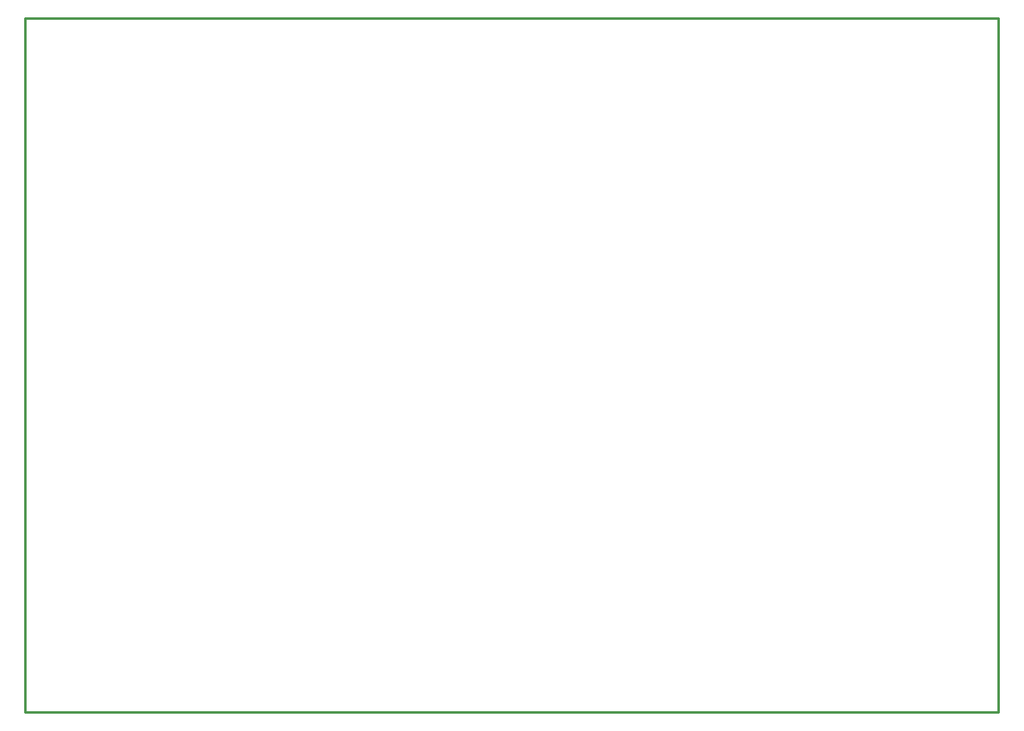
<source format=gko>
G04 Layer: BoardOutline*
G04 EasyEDA v6.4.25, 2021-12-08T18:14:58--6:00*
G04 69e83bd8f40a47abaefc3c1f755e5dbc,06444aca9169495d970130cf6b44ba93,10*
G04 Gerber Generator version 0.2*
G04 Scale: 100 percent, Rotated: No, Reflected: No *
G04 Dimensions in inches *
G04 leading zeros omitted , absolute positions ,3 integer and 6 decimal *
%FSLAX36Y36*%
%MOIN*%

%ADD10C,0.0118*%
D10*
X1000000Y-480000D02*
G01*
X1000000Y-4220000D01*
X6240000Y-4220000D01*
X6240000Y-480000D01*
X5541000Y-480000D01*
X1000000Y-480000D01*

%LPD*%
M02*

</source>
